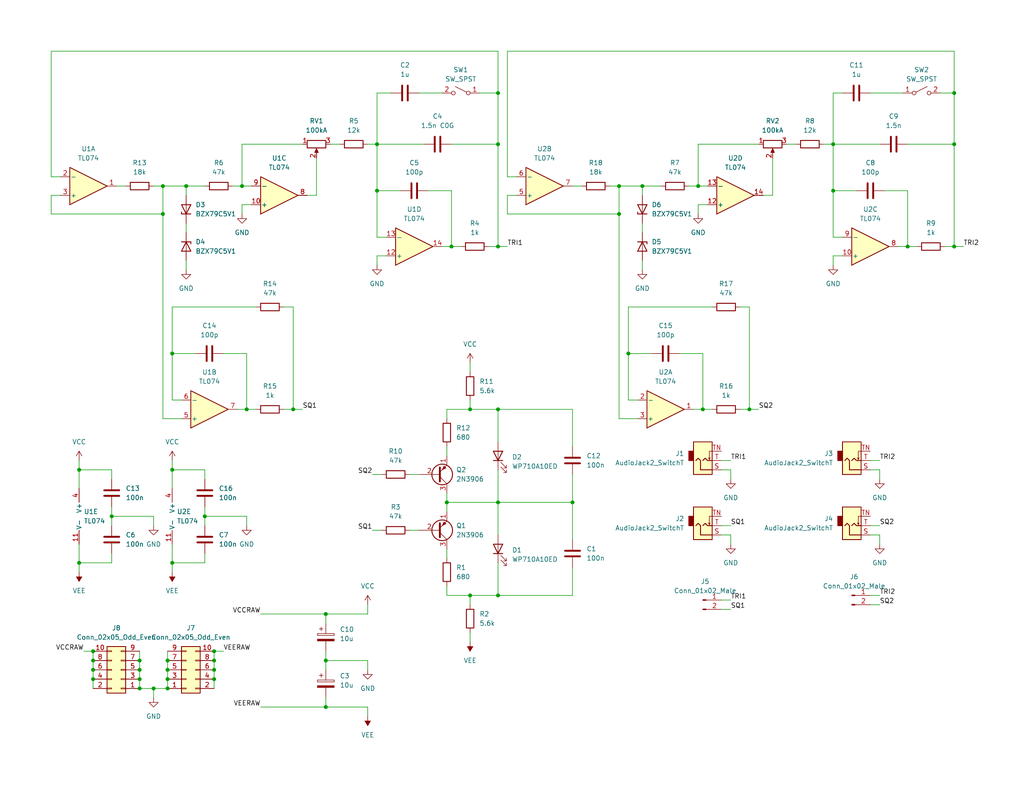
<source format=kicad_sch>
(kicad_sch (version 20211123) (generator eeschema)
  (paper "USLetter")
  (title_block (title "Function Generator") (date "2022-04-28") (rev "B") (company "New Systems Instruments"))
  (lib_symbols
    (symbol "Amplifier_Operational:TL074" (pin_names (offset 0.127))
      (property "Reference" "U" (at 0 5.08 0))
      (property "Value" "TL074" (at 0 -5.08 0))
      (symbol "TL074_1_1"
        (polyline (pts (xy -5.08 5.08) (xy 5.08 0) (xy -5.08 -5.08) (xy -5.08 5.08)) (stroke (width 0.254)) (fill (type background)))
        (pin output line (at 7.62 0 180) (length 2.54) (name "~") (number "1"))
        (pin input line (at -7.62 -2.54 0) (length 2.54) (name "-") (number "2"))
        (pin input line (at -7.62 2.54 0) (length 2.54) (name "+") (number "3"))
      )
      (symbol "TL074_2_1"
        (polyline (pts (xy -5.08 5.08) (xy 5.08 0) (xy -5.08 -5.08) (xy -5.08 5.08)) (stroke (width 0.254)) (fill (type background)))
        (pin input line (at -7.62 2.54 0) (length 2.54) (name "+") (number "5"))
        (pin input line (at -7.62 -2.54 0) (length 2.54) (name "-") (number "6"))
        (pin output line (at 7.62 0 180) (length 2.54) (name "~") (number "7"))
      )
      (symbol "TL074_3_1"
        (polyline (pts (xy -5.08 5.08) (xy 5.08 0) (xy -5.08 -5.08) (xy -5.08 5.08)) (stroke (width 0.254)) (fill (type background)))
        (pin input line (at -7.62 2.54 0) (length 2.54) (name "+") (number "10"))
        (pin output line (at 7.62 0 180) (length 2.54) (name "~") (number "8"))
        (pin input line (at -7.62 -2.54 0) (length 2.54) (name "-") (number "9"))
      )
      (symbol "TL074_4_1"
        (polyline (pts (xy -5.08 5.08) (xy 5.08 0) (xy -5.08 -5.08) (xy -5.08 5.08)) (stroke (width 0.254)) (fill (type background)))
        (pin input line (at -7.62 2.54 0) (length 2.54) (name "+") (number "12"))
        (pin input line (at -7.62 -2.54 0) (length 2.54) (name "-") (number "13"))
        (pin output line (at 7.62 0 180) (length 2.54) (name "~") (number "14"))
      )
      (symbol "TL074_5_1"
        (pin power_in line (at -2.54 -7.62 90) (length 3.81) (name "V-") (number "11"))
        (pin power_in line (at -2.54 7.62 270) (length 3.81) (name "V+") (number "4"))
      )
    )
    (symbol "Connector:AudioJack2_SwitchT"
      (property "Reference" "J" (at 0 8.89 0))
      (property "Value" "AudioJack2_SwitchT" (at 0 6.35 0))
      (symbol "AudioJack2_SwitchT_0_1"
        (rectangle (start -2.54 0) (end -3.81 -2.54) (stroke (width 0.254)) (fill (type outline)))
        (polyline (pts (xy 1.778 -0.254) (xy 2.032 -0.762)))
        (polyline (pts (xy 0 0) (xy 0.635 -0.635) (xy 1.27 0) (xy 2.54 0)) (stroke (width 0.254)))
        (polyline (pts (xy 2.54 -2.54) (xy 1.778 -2.54) (xy 1.778 -0.254) (xy 1.524 -0.762)))
        (polyline (pts (xy 2.54 2.54) (xy -0.635 2.54) (xy -0.635 0) (xy -1.27 -0.635) (xy -1.905 0)) (stroke (width 0.254)))
        (rectangle (start 2.54 3.81) (end -2.54 -5.08) (stroke (width 0.254)) (fill (type background)))
      )
      (symbol "AudioJack2_SwitchT_1_1"
        (pin passive line (at 5.08 2.54 180) (length 2.54) (name "~") (number "S"))
        (pin passive line (at 5.08 0 180) (length 2.54) (name "~") (number "T"))
        (pin passive line (at 5.08 -2.54 180) (length 2.54) (name "~") (number "TN"))
      )
    )
    (symbol "Connector:Conn_01x02_Male" (pin_names (offset 1.016) hide)
      (property "Reference" "J" (at 0 2.54 0))
      (property "Value" "Conn_01x02_Male" (at 0 -5.08 0))
      (symbol "Conn_01x02_Male_1_1"
        (polyline (pts (xy 1.27 -2.54) (xy 0.8636 -2.54)) (stroke (width 0.1524)))
        (polyline (pts (xy 1.27 0) (xy 0.8636 0)) (stroke (width 0.1524)))
        (rectangle (start 0.8636 -2.413) (end 0 -2.667) (stroke (width 0.1524)) (fill (type outline)))
        (rectangle (start 0.8636 0.127) (end 0 -0.127) (stroke (width 0.1524)) (fill (type outline)))
        (pin passive line (at 5.08 0 180) (length 3.81) (name "Pin_1") (number "1"))
        (pin passive line (at 5.08 -2.54 180) (length 3.81) (name "Pin_2") (number "2"))
      )
    )
    (symbol "Connector_Generic:Conn_02x05_Odd_Even" (pin_names (offset 1.016) hide)
      (property "Reference" "J" (at 1.27 7.62 0))
      (property "Value" "Conn_02x05_Odd_Even" (at 1.27 -7.62 0))
      (symbol "Conn_02x05_Odd_Even_1_1"
        (rectangle (start -1.27 -4.953) (end 0 -5.207) (stroke (width 0.1524)))
        (rectangle (start -1.27 -2.413) (end 0 -2.667) (stroke (width 0.1524)))
        (rectangle (start -1.27 0.127) (end 0 -0.127) (stroke (width 0.1524)))
        (rectangle (start -1.27 2.667) (end 0 2.413) (stroke (width 0.1524)))
        (rectangle (start -1.27 5.207) (end 0 4.953) (stroke (width 0.1524)))
        (rectangle (start -1.27 6.35) (end 3.81 -6.35) (stroke (width 0.254)) (fill (type background)))
        (rectangle (start 3.81 -4.953) (end 2.54 -5.207) (stroke (width 0.1524)))
        (rectangle (start 3.81 -2.413) (end 2.54 -2.667) (stroke (width 0.1524)))
        (rectangle (start 3.81 0.127) (end 2.54 -0.127) (stroke (width 0.1524)))
        (rectangle (start 3.81 2.667) (end 2.54 2.413) (stroke (width 0.1524)))
        (rectangle (start 3.81 5.207) (end 2.54 4.953) (stroke (width 0.1524)))
        (pin passive line (at -5.08 5.08 0) (length 3.81) (name "Pin_1") (number "1"))
        (pin passive line (at 7.62 -5.08 180) (length 3.81) (name "Pin_10") (number "10"))
        (pin passive line (at 7.62 5.08 180) (length 3.81) (name "Pin_2") (number "2"))
        (pin passive line (at -5.08 2.54 0) (length 3.81) (name "Pin_3") (number "3"))
        (pin passive line (at 7.62 2.54 180) (length 3.81) (name "Pin_4") (number "4"))
        (pin passive line (at -5.08 0 0) (length 3.81) (name "Pin_5") (number "5"))
        (pin passive line (at 7.62 0 180) (length 3.81) (name "Pin_6") (number "6"))
        (pin passive line (at -5.08 -2.54 0) (length 3.81) (name "Pin_7") (number "7"))
        (pin passive line (at 7.62 -2.54 180) (length 3.81) (name "Pin_8") (number "8"))
        (pin passive line (at -5.08 -5.08 0) (length 3.81) (name "Pin_9") (number "9"))
      )
    )
    (symbol "Device:C" (pin_numbers hide) (pin_names (offset 0.254))
      (property "Reference" "C" (at 0.635 2.54 0))
      (property "Value" "C" (at 0.635 -2.54 0))
      (symbol "C_0_1"
        (polyline (pts (xy -2.032 -0.762) (xy 2.032 -0.762)) (stroke (width 0.508)))
        (polyline (pts (xy -2.032 0.762) (xy 2.032 0.762)) (stroke (width 0.508)))
      )
      (symbol "C_1_1"
        (pin passive line (at 0 3.81 270) (length 2.794) (name "~") (number "1"))
        (pin passive line (at 0 -3.81 90) (length 2.794) (name "~") (number "2"))
      )
    )
    (symbol "Device:C_Polarized" (pin_numbers hide) (pin_names (offset 0.254))
      (property "Reference" "C" (at 0.635 2.54 0))
      (property "Value" "C_Polarized" (at 0.635 -2.54 0))
      (symbol "C_Polarized_0_1"
        (rectangle (start -2.286 0.508) (end 2.286 1.016))
        (polyline (pts (xy -1.778 2.286) (xy -0.762 2.286)))
        (polyline (pts (xy -1.27 2.794) (xy -1.27 1.778)))
        (rectangle (start 2.286 -0.508) (end -2.286 -1.016) (fill (type outline)))
      )
      (symbol "C_Polarized_1_1"
        (pin passive line (at 0 3.81 270) (length 2.794) (name "~") (number "1"))
        (pin passive line (at 0 -3.81 90) (length 2.794) (name "~") (number "2"))
      )
    )
    (symbol "Device:D_Zener" (pin_numbers hide) (pin_names (offset 1.016) hide)
      (property "Reference" "D" (at 0 2.54 0))
      (property "Value" "D_Zener" (at 0 -2.54 0))
      (symbol "D_Zener_0_1"
        (polyline (pts (xy 1.27 0) (xy -1.27 0)))
        (polyline (pts (xy -1.27 -1.27) (xy -1.27 1.27) (xy -0.762 1.27)) (stroke (width 0.254)))
        (polyline (pts (xy 1.27 -1.27) (xy 1.27 1.27) (xy -1.27 0) (xy 1.27 -1.27)) (stroke (width 0.254)))
      )
      (symbol "D_Zener_1_1"
        (pin passive line (at -3.81 0 0) (length 2.54) (name "K") (number "1"))
        (pin passive line (at 3.81 0 180) (length 2.54) (name "A") (number "2"))
      )
    )
    (symbol "Device:LED" (pin_numbers hide) (pin_names (offset 1.016) hide)
      (property "Reference" "D" (at 0 2.54 0))
      (property "Value" "LED" (at 0 -2.54 0))
      (symbol "LED_0_1"
        (polyline (pts (xy -1.27 -1.27) (xy -1.27 1.27)) (stroke (width 0.254)))
        (polyline (pts (xy -1.27 0) (xy 1.27 0)))
        (polyline (pts (xy 1.27 -1.27) (xy 1.27 1.27) (xy -1.27 0) (xy 1.27 -1.27)) (stroke (width 0.254)))
        (polyline (pts (xy -3.048 -0.762) (xy -4.572 -2.286) (xy -3.81 -2.286) (xy -4.572 -2.286) (xy -4.572 -1.524)))
        (polyline (pts (xy -1.778 -0.762) (xy -3.302 -2.286) (xy -2.54 -2.286) (xy -3.302 -2.286) (xy -3.302 -1.524)))
      )
      (symbol "LED_1_1"
        (pin passive line (at -3.81 0 0) (length 2.54) (name "K") (number "1"))
        (pin passive line (at 3.81 0 180) (length 2.54) (name "A") (number "2"))
      )
    )
    (symbol "Device:R" (pin_numbers hide) (pin_names (offset 0))
      (property "Reference" "R" (at 2.032 0 90))
      (property "Value" "R" (at 0 0 90))
      (symbol "R_0_1"
        (rectangle (start -1.016 -2.54) (end 1.016 2.54) (stroke (width 0.254)))
      )
      (symbol "R_1_1"
        (pin passive line (at 0 3.81 270) (length 1.27) (name "~") (number "1"))
        (pin passive line (at 0 -3.81 90) (length 1.27) (name "~") (number "2"))
      )
    )
    (symbol "Device:R_Potentiometer" (pin_names (offset 1.016) hide)
      (property "Reference" "RV" (at -4.445 0 90))
      (property "Value" "R_Potentiometer" (at -2.54 0 90))
      (symbol "R_Potentiometer_0_1"
        (polyline (pts (xy 2.54 0) (xy 1.524 0)))
        (polyline (pts (xy 1.143 0) (xy 2.286 0.508) (xy 2.286 -0.508) (xy 1.143 0)) (fill (type outline)))
        (rectangle (start 1.016 2.54) (end -1.016 -2.54) (stroke (width 0.254)))
      )
      (symbol "R_Potentiometer_1_1"
        (pin passive line (at 0 3.81 270) (length 1.27) (name "1") (number "1"))
        (pin passive line (at 3.81 0 180) (length 1.27) (name "2") (number "2"))
        (pin passive line (at 0 -3.81 90) (length 1.27) (name "3") (number "3"))
      )
    )
    (symbol "Switch:SW_SPST" (pin_names (offset 0) hide)
      (property "Reference" "SW" (at 0 3.175 0))
      (property "Value" "SW_SPST" (at 0 -2.54 0))
      (symbol "SW_SPST_0_0"
        (circle (center -2.032 0) (radius 0.508))
        (polyline (pts (xy -1.524 0.254) (xy 1.524 1.778)))
        (circle (center 2.032 0) (radius 0.508))
      )
      (symbol "SW_SPST_1_1"
        (pin passive line (at -5.08 0 0) (length 2.54) (name "A") (number "1"))
        (pin passive line (at 5.08 0 180) (length 2.54) (name "B") (number "2"))
      )
    )
    (symbol "Transistor_BJT:2N3906" (pin_names (offset 0) hide)
      (property "Reference" "Q" (at 5.08 1.905 0))
      (property "Value" "2N3906" (at 5.08 0 0))
      (symbol "2N3906_0_1"
        (polyline (pts (xy 0.635 0.635) (xy 2.54 2.54)))
        (polyline (pts (xy 0.635 -0.635) (xy 2.54 -2.54) (xy 2.54 -2.54)))
        (polyline (pts (xy 0.635 1.905) (xy 0.635 -1.905) (xy 0.635 -1.905)) (stroke (width 0.508)))
        (polyline (pts (xy 2.286 -1.778) (xy 1.778 -2.286) (xy 1.27 -1.27) (xy 2.286 -1.778) (xy 2.286 -1.778)) (fill (type outline)))
        (circle (center 1.27 0) (radius 2.8194) (stroke (width 0.254)))
      )
      (symbol "2N3906_1_1"
        (pin passive line (at 2.54 -5.08 90) (length 2.54) (name "E") (number "1"))
        (pin input line (at -5.08 0 0) (length 5.715) (name "B") (number "2"))
        (pin passive line (at 2.54 5.08 270) (length 2.54) (name "C") (number "3"))
      )
    )
    (symbol "power:GND" (power) (pin_names (offset 0))
      (property "Value" "GND" (at 0 -3.81 0))
      (symbol "GND_0_1"
        (polyline (pts (xy 0 0) (xy 0 -1.27) (xy 1.27 -1.27) (xy 0 -2.54) (xy -1.27 -1.27) (xy 0 -1.27)))
      )
      (symbol "GND_1_1"
        (pin power_in line (at 0 0 270) (length 0) hide (name "GND") (number "1"))
      )
    )
    (symbol "power:VCC" (power) (pin_names (offset 0))
      (property "Value" "VCC" (at 0 3.81 0))
      (symbol "VCC_0_1"
        (polyline (pts (xy -0.762 1.27) (xy 0 2.54)))
        (polyline (pts (xy 0 0) (xy 0 2.54)))
        (polyline (pts (xy 0 2.54) (xy 0.762 1.27)))
      )
      (symbol "VCC_1_1"
        (pin power_in line (at 0 0 90) (length 0) hide (name "VCC") (number "1"))
      )
    )
    (symbol "power:VEE" (power) (pin_names (offset 0))
      (property "Value" "VEE" (at 0 3.81 0))
      (symbol "VEE_0_1"
        (polyline (pts (xy 0 0) (xy 0 2.54)))
        (polyline (pts (xy 0.762 1.27) (xy -0.762 1.27) (xy 0 2.54) (xy 0.762 1.27)) (fill (type outline)))
      )
      (symbol "VEE_1_1"
        (pin power_in line (at 0 0 90) (length 0) hide (name "VEE") (number "1"))
      )
    )
  )
  (junction (at 135.89 111.76))
  (junction (at 260.35 67.31))
  (junction (at 128.27 111.76))
  (junction (at 46.99 128.27))
  (junction (at 25.4 182.88))
  (junction (at 168.91 50.8))
  (junction (at 135.89 25.4))
  (junction (at 38.1 180.34))
  (junction (at 135.89 67.31))
  (junction (at 102.87 39.37))
  (junction (at 45.72 185.42))
  (junction (at 171.45 96.52))
  (junction (at 25.4 180.34))
  (junction (at 135.89 137.16))
  (junction (at 80.01 111.76))
  (junction (at 38.1 187.96))
  (junction (at 41.91 187.96))
  (junction (at 46.99 96.52))
  (junction (at 44.45 50.8))
  (junction (at 121.92 137.16))
  (junction (at 25.4 185.42))
  (junction (at 128.27 162.56))
  (junction (at 260.35 39.37))
  (junction (at 21.59 153.67))
  (junction (at 38.1 182.88))
  (junction (at 46.99 153.67))
  (junction (at 135.89 39.37))
  (junction (at 45.72 187.96))
  (junction (at 58.42 182.88))
  (junction (at 191.77 111.76))
  (junction (at 247.65 67.31))
  (junction (at 168.91 58.42))
  (junction (at 102.87 52.07))
  (junction (at 204.47 111.76))
  (junction (at 227.33 39.37))
  (junction (at 45.72 182.88))
  (junction (at 50.8 50.8))
  (junction (at 175.26 50.8))
  (junction (at 88.9 193.04))
  (junction (at 58.42 185.42))
  (junction (at 135.89 162.56))
  (junction (at 66.04 50.8))
  (junction (at 88.9 180.34))
  (junction (at 227.33 52.07))
  (junction (at 123.19 67.31))
  (junction (at 21.59 128.27))
  (junction (at 67.31 111.76))
  (junction (at 88.9 167.64))
  (junction (at 58.42 180.34))
  (junction (at 156.21 137.16))
  (junction (at 44.45 58.42))
  (junction (at 55.88 140.97))
  (junction (at 260.35 25.4))
  (junction (at 45.72 180.34))
  (junction (at 38.1 185.42))
  (junction (at 25.4 177.8))
  (junction (at 30.48 140.97))
  (junction (at 58.42 177.8))
  (junction (at 190.5 50.8))
  (wire (pts (xy 240.03 39.37) (xy 227.33 39.37)))
  (wire (pts (xy 50.8 50.8) (xy 55.88 50.8)))
  (wire (pts (xy 138.43 58.42) (xy 168.91 58.42)))
  (wire (pts (xy 38.1 187.96) (xy 41.91 187.96)))
  (wire (pts (xy 53.34 96.52) (xy 46.99 96.52)))
  (wire (pts (xy 102.87 69.85) (xy 105.41 69.85)))
  (wire (pts (xy 50.8 71.12) (xy 50.8 73.66)))
  (wire (pts (xy 13.97 48.26) (xy 16.51 48.26)))
  (wire (pts (xy 135.89 13.97) (xy 13.97 13.97)))
  (wire (pts (xy 55.88 140.97) (xy 55.88 138.43)))
  (wire (pts (xy 31.75 50.8) (xy 34.29 50.8)))
  (wire (pts (xy 191.77 111.76) (xy 191.77 96.52)))
  (wire (pts (xy 63.5 50.8) (xy 66.04 50.8)))
  (wire (pts (xy 135.89 111.76) (xy 128.27 111.76)))
  (wire (pts (xy 46.99 109.22) (xy 49.53 109.22)))
  (wire (pts (xy 66.04 39.37) (xy 66.04 50.8)))
  (wire (pts (xy 190.5 39.37) (xy 190.5 50.8)))
  (wire (pts (xy 60.96 177.8) (xy 58.42 177.8)))
  (wire (pts (xy 25.4 185.42) (xy 25.4 187.96)))
  (wire (pts (xy 50.8 60.96) (xy 50.8 63.5)))
  (wire (pts (xy 46.99 153.67) (xy 46.99 148.59)))
  (wire (pts (xy 175.26 53.34) (xy 175.26 50.8)))
  (wire (pts (xy 201.93 83.82) (xy 204.47 83.82)))
  (wire (pts (xy 135.89 39.37) (xy 135.89 67.31)))
  (wire (pts (xy 237.49 162.56) (xy 240.03 162.56)))
  (wire (pts (xy 106.68 25.4) (xy 102.87 25.4)))
  (wire (pts (xy 102.87 39.37) (xy 102.87 52.07)))
  (wire (pts (xy 83.82 53.34) (xy 86.36 53.34)))
  (wire (pts (xy 156.21 137.16) (xy 156.21 129.54)))
  (wire (pts (xy 199.39 148.59) (xy 199.39 146.05)))
  (wire (pts (xy 115.57 39.37) (xy 102.87 39.37)))
  (wire (pts (xy 207.01 39.37) (xy 190.5 39.37)))
  (wire (pts (xy 77.47 83.82) (xy 80.01 83.82)))
  (wire (pts (xy 227.33 69.85) (xy 227.33 72.39)))
  (wire (pts (xy 22.86 177.8) (xy 25.4 177.8)))
  (wire (pts (xy 25.4 177.8) (xy 25.4 180.34)))
  (wire (pts (xy 80.01 111.76) (xy 77.47 111.76)))
  (wire (pts (xy 256.54 25.4) (xy 260.35 25.4)))
  (wire (pts (xy 30.48 140.97) (xy 30.48 138.43)))
  (wire (pts (xy 100.33 39.37) (xy 102.87 39.37)))
  (wire (pts (xy 260.35 39.37) (xy 260.35 25.4)))
  (wire (pts (xy 156.21 137.16) (xy 156.21 147.32)))
  (wire (pts (xy 38.1 177.8) (xy 38.1 180.34)))
  (wire (pts (xy 168.91 114.3) (xy 173.99 114.3)))
  (wire (pts (xy 66.04 50.8) (xy 68.58 50.8)))
  (wire (pts (xy 138.43 13.97) (xy 138.43 48.26)))
  (wire (pts (xy 227.33 52.07) (xy 227.33 64.77)))
  (wire (pts (xy 237.49 25.4) (xy 246.38 25.4)))
  (wire (pts (xy 237.49 165.1) (xy 240.03 165.1)))
  (wire (pts (xy 58.42 182.88) (xy 58.42 185.42)))
  (wire (pts (xy 199.39 130.81) (xy 199.39 128.27)))
  (wire (pts (xy 128.27 99.06) (xy 128.27 101.6)))
  (wire (pts (xy 55.88 130.81) (xy 55.88 128.27)))
  (wire (pts (xy 241.3 52.07) (xy 247.65 52.07)))
  (wire (pts (xy 190.5 55.88) (xy 190.5 58.42)))
  (wire (pts (xy 214.63 39.37) (xy 217.17 39.37)))
  (wire (pts (xy 101.6 144.78) (xy 104.14 144.78)))
  (wire (pts (xy 102.87 69.85) (xy 102.87 72.39)))
  (wire (pts (xy 190.5 55.88) (xy 193.04 55.88)))
  (wire (pts (xy 30.48 143.51) (xy 30.48 140.97)))
  (wire (pts (xy 128.27 172.72) (xy 128.27 175.26)))
  (wire (pts (xy 199.39 128.27) (xy 196.85 128.27)))
  (wire (pts (xy 44.45 58.42) (xy 44.45 114.3)))
  (wire (pts (xy 88.9 167.64) (xy 100.33 167.64)))
  (wire (pts (xy 171.45 83.82) (xy 194.31 83.82)))
  (wire (pts (xy 135.89 137.16) (xy 156.21 137.16)))
  (wire (pts (xy 58.42 177.8) (xy 58.42 180.34)))
  (wire (pts (xy 88.9 193.04) (xy 100.33 193.04)))
  (wire (pts (xy 175.26 60.96) (xy 175.26 63.5)))
  (wire (pts (xy 16.51 53.34) (xy 13.97 53.34)))
  (wire (pts (xy 13.97 58.42) (xy 44.45 58.42)))
  (wire (pts (xy 196.85 163.83) (xy 199.39 163.83)))
  (wire (pts (xy 135.89 162.56) (xy 156.21 162.56)))
  (wire (pts (xy 44.45 114.3) (xy 49.53 114.3)))
  (wire (pts (xy 111.76 129.54) (xy 114.3 129.54)))
  (wire (pts (xy 88.9 180.34) (xy 88.9 177.8)))
  (wire (pts (xy 240.03 128.27) (xy 237.49 128.27)))
  (wire (pts (xy 138.43 53.34) (xy 138.43 58.42)))
  (wire (pts (xy 135.89 39.37) (xy 135.89 25.4)))
  (wire (pts (xy 224.79 39.37) (xy 227.33 39.37)))
  (wire (pts (xy 88.9 180.34) (xy 100.33 180.34)))
  (wire (pts (xy 111.76 144.78) (xy 114.3 144.78)))
  (wire (pts (xy 30.48 128.27) (xy 21.59 128.27)))
  (wire (pts (xy 55.88 143.51) (xy 55.88 140.97)))
  (wire (pts (xy 260.35 13.97) (xy 138.43 13.97)))
  (wire (pts (xy 227.33 25.4) (xy 227.33 39.37)))
  (wire (pts (xy 140.97 53.34) (xy 138.43 53.34)))
  (wire (pts (xy 247.65 67.31) (xy 250.19 67.31)))
  (wire (pts (xy 199.39 146.05) (xy 196.85 146.05)))
  (wire (pts (xy 66.04 55.88) (xy 68.58 55.88)))
  (wire (pts (xy 260.35 67.31) (xy 262.89 67.31)))
  (wire (pts (xy 260.35 39.37) (xy 247.65 39.37)))
  (wire (pts (xy 128.27 109.22) (xy 128.27 111.76)))
  (wire (pts (xy 227.33 39.37) (xy 227.33 52.07)))
  (wire (pts (xy 44.45 50.8) (xy 41.91 50.8)))
  (wire (pts (xy 189.23 111.76) (xy 191.77 111.76)))
  (wire (pts (xy 30.48 153.67) (xy 21.59 153.67)))
  (wire (pts (xy 227.33 52.07) (xy 233.68 52.07)))
  (wire (pts (xy 44.45 58.42) (xy 44.45 50.8)))
  (wire (pts (xy 46.99 128.27) (xy 46.99 133.35)))
  (wire (pts (xy 71.12 193.04) (xy 88.9 193.04)))
  (wire (pts (xy 100.33 165.1) (xy 100.33 167.64)))
  (wire (pts (xy 30.48 140.97) (xy 41.91 140.97)))
  (wire (pts (xy 204.47 111.76) (xy 207.01 111.76)))
  (wire (pts (xy 227.33 69.85) (xy 229.87 69.85)))
  (wire (pts (xy 237.49 143.51) (xy 240.03 143.51)))
  (wire (pts (xy 128.27 162.56) (xy 128.27 165.1)))
  (wire (pts (xy 168.91 50.8) (xy 166.37 50.8)))
  (wire (pts (xy 41.91 187.96) (xy 45.72 187.96)))
  (wire (pts (xy 55.88 153.67) (xy 46.99 153.67)))
  (wire (pts (xy 21.59 156.21) (xy 21.59 153.67)))
  (wire (pts (xy 88.9 190.5) (xy 88.9 193.04)))
  (wire (pts (xy 260.35 25.4) (xy 260.35 13.97)))
  (wire (pts (xy 88.9 167.64) (xy 88.9 170.18)))
  (wire (pts (xy 121.92 162.56) (xy 128.27 162.56)))
  (wire (pts (xy 135.89 137.16) (xy 135.89 146.05)))
  (wire (pts (xy 88.9 180.34) (xy 88.9 182.88)))
  (wire (pts (xy 135.89 39.37) (xy 123.19 39.37)))
  (wire (pts (xy 135.89 153.67) (xy 135.89 162.56)))
  (wire (pts (xy 116.84 52.07) (xy 123.19 52.07)))
  (wire (pts (xy 135.89 128.27) (xy 135.89 137.16)))
  (wire (pts (xy 55.88 128.27) (xy 46.99 128.27)))
  (wire (pts (xy 46.99 83.82) (xy 69.85 83.82)))
  (wire (pts (xy 13.97 53.34) (xy 13.97 58.42)))
  (wire (pts (xy 66.04 55.88) (xy 66.04 58.42)))
  (wire (pts (xy 196.85 125.73) (xy 199.39 125.73)))
  (wire (pts (xy 102.87 25.4) (xy 102.87 39.37)))
  (wire (pts (xy 21.59 125.73) (xy 21.59 128.27)))
  (wire (pts (xy 260.35 39.37) (xy 260.35 67.31)))
  (wire (pts (xy 177.8 96.52) (xy 171.45 96.52)))
  (wire (pts (xy 100.33 195.58) (xy 100.33 193.04)))
  (wire (pts (xy 46.99 96.52) (xy 46.99 109.22)))
  (wire (pts (xy 168.91 50.8) (xy 175.26 50.8)))
  (wire (pts (xy 71.12 167.64) (xy 88.9 167.64)))
  (wire (pts (xy 204.47 111.76) (xy 201.93 111.76)))
  (wire (pts (xy 191.77 96.52) (xy 185.42 96.52)))
  (wire (pts (xy 135.89 25.4) (xy 135.89 13.97)))
  (wire (pts (xy 80.01 111.76) (xy 82.55 111.76)))
  (wire (pts (xy 38.1 185.42) (xy 38.1 187.96)))
  (wire (pts (xy 227.33 64.77) (xy 229.87 64.77)))
  (wire (pts (xy 168.91 58.42) (xy 168.91 114.3)))
  (wire (pts (xy 128.27 111.76) (xy 121.92 111.76)))
  (wire (pts (xy 21.59 128.27) (xy 21.59 133.35)))
  (wire (pts (xy 135.89 111.76) (xy 156.21 111.76)))
  (wire (pts (xy 102.87 52.07) (xy 102.87 64.77)))
  (wire (pts (xy 58.42 185.42) (xy 58.42 187.96)))
  (wire (pts (xy 171.45 96.52) (xy 171.45 109.22)))
  (wire (pts (xy 196.85 143.51) (xy 199.39 143.51)))
  (wire (pts (xy 187.96 50.8) (xy 190.5 50.8)))
  (wire (pts (xy 101.6 129.54) (xy 104.14 129.54)))
  (wire (pts (xy 240.03 148.59) (xy 240.03 146.05)))
  (wire (pts (xy 138.43 48.26) (xy 140.97 48.26)))
  (wire (pts (xy 123.19 67.31) (xy 125.73 67.31)))
  (wire (pts (xy 102.87 52.07) (xy 109.22 52.07)))
  (wire (pts (xy 121.92 137.16) (xy 135.89 137.16)))
  (wire (pts (xy 135.89 67.31) (xy 138.43 67.31)))
  (wire (pts (xy 67.31 111.76) (xy 69.85 111.76)))
  (wire (pts (xy 86.36 53.34) (xy 86.36 43.18)))
  (wire (pts (xy 30.48 130.81) (xy 30.48 128.27)))
  (wire (pts (xy 41.91 187.96) (xy 41.91 190.5)))
  (wire (pts (xy 130.81 25.4) (xy 135.89 25.4)))
  (wire (pts (xy 121.92 149.86) (xy 121.92 152.4)))
  (wire (pts (xy 156.21 111.76) (xy 156.21 121.92)))
  (wire (pts (xy 114.3 25.4) (xy 120.65 25.4)))
  (wire (pts (xy 21.59 153.67) (xy 21.59 148.59)))
  (wire (pts (xy 80.01 83.82) (xy 80.01 111.76)))
  (wire (pts (xy 133.35 67.31) (xy 135.89 67.31)))
  (wire (pts (xy 171.45 96.52) (xy 171.45 83.82)))
  (wire (pts (xy 58.42 180.34) (xy 58.42 182.88)))
  (wire (pts (xy 46.99 96.52) (xy 46.99 83.82)))
  (wire (pts (xy 156.21 50.8) (xy 158.75 50.8)))
  (wire (pts (xy 45.72 177.8) (xy 45.72 180.34)))
  (wire (pts (xy 204.47 83.82) (xy 204.47 111.76)))
  (wire (pts (xy 121.92 137.16) (xy 121.92 139.7)))
  (wire (pts (xy 67.31 111.76) (xy 67.31 96.52)))
  (wire (pts (xy 175.26 71.12) (xy 175.26 73.66)))
  (wire (pts (xy 121.92 134.62) (xy 121.92 137.16)))
  (wire (pts (xy 100.33 182.88) (xy 100.33 180.34)))
  (wire (pts (xy 90.17 39.37) (xy 92.71 39.37)))
  (wire (pts (xy 121.92 111.76) (xy 121.92 114.3)))
  (wire (pts (xy 82.55 39.37) (xy 66.04 39.37)))
  (wire (pts (xy 55.88 140.97) (xy 67.31 140.97)))
  (wire (pts (xy 168.91 58.42) (xy 168.91 50.8)))
  (wire (pts (xy 229.87 25.4) (xy 227.33 25.4)))
  (wire (pts (xy 123.19 67.31) (xy 123.19 52.07)))
  (wire (pts (xy 38.1 182.88) (xy 38.1 185.42)))
  (wire (pts (xy 45.72 185.42) (xy 45.72 187.96)))
  (wire (pts (xy 190.5 50.8) (xy 193.04 50.8)))
  (wire (pts (xy 41.91 143.51) (xy 41.91 140.97)))
  (wire (pts (xy 45.72 180.34) (xy 45.72 182.88)))
  (wire (pts (xy 64.77 111.76) (xy 67.31 111.76)))
  (wire (pts (xy 121.92 121.92) (xy 121.92 124.46)))
  (wire (pts (xy 46.99 125.73) (xy 46.99 128.27)))
  (wire (pts (xy 135.89 120.65) (xy 135.89 111.76)))
  (wire (pts (xy 44.45 50.8) (xy 50.8 50.8)))
  (wire (pts (xy 240.03 130.81) (xy 240.03 128.27)))
  (wire (pts (xy 25.4 180.34) (xy 25.4 182.88)))
  (wire (pts (xy 175.26 50.8) (xy 180.34 50.8)))
  (wire (pts (xy 30.48 153.67) (xy 30.48 151.13)))
  (wire (pts (xy 210.82 53.34) (xy 210.82 43.18)))
  (wire (pts (xy 55.88 153.67) (xy 55.88 151.13)))
  (wire (pts (xy 38.1 180.34) (xy 38.1 182.88)))
  (wire (pts (xy 247.65 67.31) (xy 247.65 52.07)))
  (wire (pts (xy 13.97 13.97) (xy 13.97 48.26)))
  (wire (pts (xy 45.72 182.88) (xy 45.72 185.42)))
  (wire (pts (xy 208.28 53.34) (xy 210.82 53.34)))
  (wire (pts (xy 102.87 64.77) (xy 105.41 64.77)))
  (wire (pts (xy 46.99 156.21) (xy 46.99 153.67)))
  (wire (pts (xy 67.31 96.52) (xy 60.96 96.52)))
  (wire (pts (xy 257.81 67.31) (xy 260.35 67.31)))
  (wire (pts (xy 25.4 182.88) (xy 25.4 185.42)))
  (wire (pts (xy 120.65 67.31) (xy 123.19 67.31)))
  (wire (pts (xy 171.45 109.22) (xy 173.99 109.22)))
  (wire (pts (xy 121.92 160.02) (xy 121.92 162.56)))
  (wire (pts (xy 245.11 67.31) (xy 247.65 67.31)))
  (wire (pts (xy 240.03 146.05) (xy 237.49 146.05)))
  (wire (pts (xy 50.8 53.34) (xy 50.8 50.8)))
  (wire (pts (xy 67.31 143.51) (xy 67.31 140.97)))
  (wire (pts (xy 191.77 111.76) (xy 194.31 111.76)))
  (wire (pts (xy 196.85 166.37) (xy 199.39 166.37)))
  (wire (pts (xy 128.27 162.56) (xy 135.89 162.56)))
  (wire (pts (xy 237.49 125.73) (xy 240.03 125.73)))
  (wire (pts (xy 156.21 162.56) (xy 156.21 154.94)))
  (label "VCCRAW" (at 22.86 177.8 180))
  (label "TRI1" (at 199.39 125.73 0))
  (label "TRI2" (at 240.03 162.56 0))
  (label "SQ1" (at 199.39 166.37 0))
  (label "VEERAW" (at 60.96 177.8 0))
  (label "TRI2" (at 240.03 125.73 0))
  (label "TRI1" (at 138.43 67.31 0))
  (label "SQ1" (at 101.6 144.78 180))
  (label "SQ1" (at 199.39 143.51 0))
  (label "SQ2" (at 207.01 111.76 0))
  (label "SQ2" (at 101.6 129.54 180))
  (label "VCCRAW" (at 71.12 167.64 180))
  (label "TRI2" (at 262.89 67.31 0))
  (label "SQ2" (at 240.03 165.1 0))
  (label "SQ2" (at 240.03 143.51 0))
  (label "TRI1" (at 199.39 163.83 0))
  (label "VEERAW" (at 71.12 193.04 180))
  (label "SQ1" (at 82.55 111.76 0))
  (symbol (lib_id "Amplifier_Operational:TL074") (at 76.2 53.34 0) (mirror x) (unit 3)
    (property "Reference" "U1" (at 76.2 43.18 0))
    (property "Value" "TL074" (at 76.2 45.72 0))
    (property "Footprint" "Package_DIP:DIP-14_W7.62mm" (effects hide))
    (property "Datasheet" "http://www.ti.com/lit/ds/symlink/tl071.pdf" (effects hide))
  )
  (symbol (lib_id "power:GND") (at 41.91 190.5 0) (unit 1)
    (property "Reference" "#PWR0104" (effects hide))
    (property "Value" "GND" (at 41.91 195.58 0))
  )
  (symbol (lib_id "Device:R") (at 73.66 83.82 90) (unit 1)
    (property "Reference" "R14" (at 73.66 77.47 90))
    (property "Value" "47k" (at 73.66 80.01 90))
    (property "Footprint" "Resistor_THT:R_Axial_DIN0207_L6.3mm_D2.5mm_P2.54mm_Vertical" (effects hide))
  )
  (symbol (lib_id "Device:R_Potentiometer") (at 210.82 39.37 90) (mirror x) (unit 1)
    (property "Reference" "RV2" (at 210.82 33.02 90))
    (property "Value" "100kA" (at 210.82 35.56 90))
    (property "Footprint" "1 Specific Footprints:Potentiometer_Alpha_RD901F-40" (effects hide))
  )
  (symbol (lib_id "Amplifier_Operational:TL074") (at 24.13 140.97 0) (unit 5)
    (property "Reference" "U1" (at 22.86 139.6999 0) (effects (justify left)))
    (property "Value" "TL074" (at 22.86 142.2399 0) (effects (justify left)))
    (property "Footprint" "Package_DIP:DIP-14_W7.62mm" (effects hide))
    (property "Datasheet" "http://www.ti.com/lit/ds/symlink/tl071.pdf" (effects hide))
  )
  (symbol (lib_id "Device:R") (at 38.1 50.8 90) (unit 1)
    (property "Reference" "R13" (at 38.1 44.45 90))
    (property "Value" "18k" (at 38.1 46.99 90))
    (property "Footprint" "Resistor_THT:R_Axial_DIN0207_L6.3mm_D2.5mm_P2.54mm_Vertical" (effects hide))
  )
  (symbol (lib_id "power:GND") (at 100.33 182.88 0) (unit 1)
    (property "Reference" "#PWR0111" (effects hide))
    (property "Value" "GND" (at 100.33 187.96 0))
  )
  (symbol (lib_id "power:VEE") (at 128.27 175.26 180) (unit 1)
    (property "Reference" "#PWR0115" (effects hide))
    (property "Value" "VEE" (at 128.27 180.34 0))
  )
  (symbol (lib_id "Device:R") (at 220.98 39.37 270) (mirror x) (unit 1)
    (property "Reference" "R8" (at 220.98 33.02 90))
    (property "Value" "12k" (at 220.98 35.56 90))
    (property "Footprint" "Resistor_THT:R_Axial_DIN0207_L6.3mm_D2.5mm_P7.62mm_Horizontal" (effects hide))
  )
  (symbol (lib_id "Device:C") (at 243.84 39.37 90) (unit 1)
    (property "Reference" "C9" (at 243.84 31.75 90))
    (property "Value" "1.5n" (at 243.84 34.29 90))
    (property "Footprint" "Capacitor_THT:C_Disc_D4.7mm_W2.5mm_P5.00mm" (effects hide))
  )
  (symbol (lib_id "Device:R") (at 128.27 168.91 0) (unit 1)
    (property "Reference" "R2" (at 130.81 167.6399 0) (effects (justify left)))
    (property "Value" "5.6k" (at 130.81 170.1799 0) (effects (justify left)))
    (property "Footprint" "Resistor_THT:R_Axial_DIN0207_L6.3mm_D2.5mm_P2.54mm_Vertical" (effects hide))
  )
  (symbol (lib_id "Device:R") (at 121.92 118.11 180) (unit 1)
    (property "Reference" "R12" (at 124.46 116.8399 0) (effects (justify right)))
    (property "Value" "680" (at 124.46 119.3799 0) (effects (justify right)))
    (property "Footprint" "Resistor_THT:R_Axial_DIN0207_L6.3mm_D2.5mm_P2.54mm_Vertical" (effects hide))
  )
  (symbol (lib_id "Device:D_Zener") (at 175.26 57.15 90) (unit 1)
    (property "Reference" "D6" (at 177.8 55.8799 90) (effects (justify right)))
    (property "Value" "BZX79C5V1" (at 177.8 58.4199 90) (effects (justify right)))
    (property "Footprint" "Diode_THT:D_DO-35_SOD27_P2.54mm_Vertical_KathodeUp" (effects hide))
  )
  (symbol (lib_id "power:VEE") (at 100.33 195.58 180) (unit 1)
    (property "Reference" "#PWR0112" (effects hide))
    (property "Value" "VEE" (at 100.33 200.66 0))
  )
  (symbol (lib_id "Device:R") (at 107.95 144.78 90) (unit 1)
    (property "Reference" "R3" (at 107.95 138.43 90))
    (property "Value" "47k" (at 107.95 140.97 90))
    (property "Footprint" "Resistor_THT:R_Axial_DIN0207_L6.3mm_D2.5mm_P2.54mm_Vertical" (effects hide))
  )
  (symbol (lib_id "power:VCC") (at 128.27 99.06 0) (unit 1)
    (property "Reference" "#PWR0114" (effects hide))
    (property "Value" "VCC" (at 128.27 93.98 0))
  )
  (symbol (lib_id "Device:R") (at 162.56 50.8 90) (unit 1)
    (property "Reference" "R18" (at 162.56 44.45 90))
    (property "Value" "18k" (at 162.56 46.99 90))
    (property "Footprint" "Resistor_THT:R_Axial_DIN0207_L6.3mm_D2.5mm_P2.54mm_Vertical" (effects hide))
  )
  (symbol (lib_id "power:VEE") (at 46.99 156.21 180) (unit 1)
    (property "Reference" "#PWR0106" (effects hide))
    (property "Value" "VEE" (at 46.99 161.29 0))
  )
  (symbol (lib_id "power:VCC") (at 21.59 125.73 0) (unit 1)
    (property "Reference" "#PWR0101" (effects hide))
    (property "Value" "VCC" (at 21.59 120.65 0))
  )
  (symbol (lib_id "Device:C") (at 30.48 134.62 0) (unit 1)
    (property "Reference" "C13" (at 34.29 133.3499 0) (effects (justify left)))
    (property "Value" "100n" (at 34.29 135.8899 0) (effects (justify left)))
    (property "Footprint" "Capacitor_THT:C_Disc_D4.7mm_W2.5mm_P5.00mm" (effects hide))
  )
  (symbol (lib_id "Device:R") (at 128.27 105.41 180) (unit 1)
    (property "Reference" "R11" (at 130.81 104.1399 0) (effects (justify right)))
    (property "Value" "5.6k" (at 130.81 106.6799 0) (effects (justify right)))
    (property "Footprint" "Resistor_THT:R_Axial_DIN0207_L6.3mm_D2.5mm_P2.54mm_Vertical" (effects hide))
  )
  (symbol (lib_id "Device:R") (at 107.95 129.54 90) (unit 1)
    (property "Reference" "R10" (at 107.95 123.19 90))
    (property "Value" "47k" (at 107.95 125.73 90))
    (property "Footprint" "Resistor_THT:R_Axial_DIN0207_L6.3mm_D2.5mm_P2.54mm_Vertical" (effects hide))
  )
  (symbol (lib_id "Transistor_BJT:2N3906") (at 119.38 144.78 0) (mirror x) (unit 1)
    (property "Reference" "Q1" (at 124.46 143.5099 0) (effects (justify left)))
    (property "Value" "2N3906" (at 124.46 146.0499 0) (effects (justify left)))
    (property "Footprint" "Package_TO_SOT_THT:TO-92_Inline" (effects hide))
    (property "Datasheet" "https://www.onsemi.com/pub/Collateral/2N3906-D.PDF" (effects hide))
  )
  (symbol (lib_id "Connector:Conn_01x02_Male") (at 191.77 163.83 0) (unit 1)
    (property "Reference" "J5" (at 192.405 158.75 0))
    (property "Value" "Conn_01x02_Male" (at 192.405 161.29 0))
    (property "Footprint" "Connector_PinHeader_2.54mm:PinHeader_1x02_P2.54mm_Vertical" (effects hide))
  )
  (symbol (lib_id "power:VEE") (at 21.59 156.21 180) (unit 1)
    (property "Reference" "#PWR0102" (effects hide))
    (property "Value" "VEE" (at 21.59 161.29 0))
  )
  (symbol (lib_id "Device:C") (at 181.61 96.52 90) (unit 1)
    (property "Reference" "C15" (at 181.61 88.9 90))
    (property "Value" "100p" (at 181.61 91.44 90))
    (property "Footprint" "Capacitor_THT:C_Disc_D4.7mm_W2.5mm_P5.00mm" (effects hide))
  )
  (symbol (lib_id "Device:LED") (at 135.89 124.46 90) (unit 1)
    (property "Reference" "D2" (at 139.7 124.7774 90) (effects (justify right)))
    (property "Value" "WP710A10ED" (at 139.7 127.3174 90) (effects (justify right)))
    (property "Footprint" "0 Standard Footprints:LED_D3.0mm-2" (effects hide))
  )
  (symbol (lib_id "Amplifier_Operational:TL074") (at 181.61 111.76 0) (mirror x) (unit 1)
    (property "Reference" "U2" (at 181.61 101.6 0))
    (property "Value" "TL074" (at 181.61 104.14 0))
    (property "Footprint" "Package_DIP:DIP-14_W7.62mm" (effects hide))
    (property "Datasheet" "http://www.ti.com/lit/ds/symlink/tl071.pdf" (effects hide))
  )
  (symbol (lib_id "Device:C") (at 233.68 25.4 90) (unit 1)
    (property "Reference" "C11" (at 233.68 17.78 90))
    (property "Value" "1u" (at 233.68 20.32 90))
    (property "Footprint" "Capacitor_THT:C_Radial_D5.0mm_H11.0mm_P2.00mm" (effects hide))
  )
  (symbol (lib_id "Amplifier_Operational:TL074") (at 237.49 67.31 0) (mirror x) (unit 3)
    (property "Reference" "U2" (at 237.49 57.15 0))
    (property "Value" "TL074" (at 237.49 59.69 0))
    (property "Footprint" "Package_DIP:DIP-14_W7.62mm" (effects hide))
    (property "Datasheet" "http://www.ti.com/lit/ds/symlink/tl071.pdf" (effects hide))
  )
  (symbol (lib_id "Switch:SW_SPST") (at 251.46 25.4 0) (unit 1)
    (property "Reference" "SW2" (at 251.46 19.05 0))
    (property "Value" "SW_SPST" (at 251.46 21.59 0))
    (property "Footprint" "1 Specific Footprints:SW_Taiway_Sub_SPDT" (effects hide))
  )
  (symbol (lib_id "Amplifier_Operational:TL074") (at 57.15 111.76 0) (mirror x) (unit 2)
    (property "Reference" "U1" (at 57.15 101.6 0))
    (property "Value" "TL074" (at 57.15 104.14 0))
    (property "Footprint" "Package_DIP:DIP-14_W7.62mm" (effects hide))
    (property "Datasheet" "http://www.ti.com/lit/ds/symlink/tl071.pdf" (effects hide))
  )
  (symbol (lib_id "Device:R_Potentiometer") (at 86.36 39.37 90) (mirror x) (unit 1)
    (property "Reference" "RV1" (at 86.36 33.02 90))
    (property "Value" "100kA" (at 86.36 35.56 90))
    (property "Footprint" "1 Specific Footprints:Potentiometer_Alpha_RD901F-40" (effects hide))
  )
  (symbol (lib_id "Device:R") (at 184.15 50.8 270) (mirror x) (unit 1)
    (property "Reference" "R7" (at 184.15 44.45 90))
    (property "Value" "47k" (at 184.15 46.99 90))
    (property "Footprint" "Resistor_THT:R_Axial_DIN0207_L6.3mm_D2.5mm_P2.54mm_Vertical" (effects hide))
  )
  (symbol (lib_id "power:VCC") (at 100.33 165.1 0) (unit 1)
    (property "Reference" "#PWR0110" (effects hide))
    (property "Value" "VCC" (at 100.33 160.02 0))
  )
  (symbol (lib_id "power:GND") (at 175.26 73.66 0) (unit 1)
    (property "Reference" "#PWR0116" (effects hide))
    (property "Value" "GND" (at 175.26 78.74 0))
  )
  (symbol (lib_id "Device:C") (at 156.21 125.73 0) (unit 1)
    (property "Reference" "C12" (at 160.02 124.4599 0) (effects (justify left)))
    (property "Value" "100n" (at 160.02 126.9999 0) (effects (justify left)))
    (property "Footprint" "Capacitor_THT:C_Disc_D4.7mm_W2.5mm_P5.00mm" (effects hide))
  )
  (symbol (lib_id "Device:C_Polarized") (at 88.9 186.69 0) (unit 1)
    (property "Reference" "C3" (at 92.71 184.5309 0) (effects (justify left)))
    (property "Value" "10u" (at 92.71 187.0709 0) (effects (justify left)))
    (property "Footprint" "Capacitor_THT:CP_Radial_D5.0mm_P2.00mm" (effects hide))
  )
  (symbol (lib_id "power:GND") (at 190.5 58.42 0) (unit 1)
    (property "Reference" "#PWR0117" (effects hide))
    (property "Value" "GND" (at 190.5 63.5 0))
  )
  (symbol (lib_id "Transistor_BJT:2N3906") (at 119.38 129.54 0) (mirror x) (unit 1)
    (property "Reference" "Q2" (at 124.46 128.2699 0) (effects (justify left)))
    (property "Value" "2N3906" (at 124.46 130.8099 0) (effects (justify left)))
    (property "Footprint" "Package_TO_SOT_THT:TO-92_Inline" (effects hide))
    (property "Datasheet" "https://www.onsemi.com/pub/Collateral/2N3906-D.PDF" (effects hide))
  )
  (symbol (lib_id "Device:R") (at 198.12 83.82 90) (unit 1)
    (property "Reference" "R17" (at 198.12 77.47 90))
    (property "Value" "47k" (at 198.12 80.01 90))
    (property "Footprint" "Resistor_THT:R_Axial_DIN0207_L6.3mm_D2.5mm_P2.54mm_Vertical" (effects hide))
  )
  (symbol (lib_id "Device:C") (at 237.49 52.07 90) (unit 1)
    (property "Reference" "C8" (at 237.49 44.45 90))
    (property "Value" "100p" (at 237.49 46.99 90))
    (property "Footprint" "Capacitor_THT:C_Disc_D4.7mm_W2.5mm_P5.00mm" (effects hide))
  )
  (symbol (lib_id "Device:D_Zener") (at 50.8 57.15 90) (unit 1)
    (property "Reference" "D3" (at 53.34 55.8799 90) (effects (justify right)))
    (property "Value" "BZX79C5V1" (at 53.34 58.4199 90) (effects (justify right)))
    (property "Footprint" "Diode_THT:D_DO-35_SOD27_P2.54mm_Vertical_KathodeUp" (effects hide))
  )
  (symbol (lib_id "Device:R") (at 59.69 50.8 270) (mirror x) (unit 1)
    (property "Reference" "R6" (at 59.69 44.45 90))
    (property "Value" "47k" (at 59.69 46.99 90))
    (property "Footprint" "Resistor_THT:R_Axial_DIN0207_L6.3mm_D2.5mm_P2.54mm_Vertical" (effects hide))
  )
  (symbol (lib_id "Device:C") (at 30.48 147.32 0) (unit 1)
    (property "Reference" "C6" (at 34.29 146.0499 0) (effects (justify left)))
    (property "Value" "100n" (at 34.29 148.5899 0) (effects (justify left)))
    (property "Footprint" "Capacitor_THT:C_Disc_D4.7mm_W2.5mm_P5.00mm" (effects hide))
  )
  (symbol (lib_id "Amplifier_Operational:TL074") (at 49.53 140.97 0) (unit 5)
    (property "Reference" "U2" (at 48.26 139.6999 0) (effects (justify left)))
    (property "Value" "TL074" (at 48.26 142.2399 0) (effects (justify left)))
    (property "Footprint" "Package_DIP:DIP-14_W7.62mm" (effects hide))
    (property "Datasheet" "http://www.ti.com/lit/ds/symlink/tl071.pdf" (effects hide))
  )
  (symbol (lib_id "power:GND") (at 199.39 148.59 0) (unit 1)
    (property "Reference" "#PWR0119" (effects hide))
    (property "Value" "GND" (at 199.39 153.67 0))
  )
  (symbol (lib_id "Device:C") (at 156.21 151.13 0) (unit 1)
    (property "Reference" "C1" (at 160.02 149.8599 0) (effects (justify left)))
    (property "Value" "100n" (at 160.02 152.3999 0) (effects (justify left)))
    (property "Footprint" "Capacitor_THT:C_Disc_D4.7mm_W2.5mm_P5.00mm" (effects hide))
  )
  (symbol (lib_id "Connector:AudioJack2_SwitchT") (at 232.41 125.73 0) (mirror x) (unit 1)
    (property "Reference" "J3" (at 227.33 123.8249 0) (effects (justify right)))
    (property "Value" "AudioJack2_SwitchT" (at 227.33 126.3649 0) (effects (justify right)))
    (property "Footprint" "1 Specific Footprints:QingPu_WQP518MA" (effects hide))
  )
  (symbol (lib_id "Connector:Conn_01x02_Male") (at 232.41 162.56 0) (unit 1)
    (property "Reference" "J6" (at 233.045 157.48 0))
    (property "Value" "Conn_01x02_Male" (at 233.045 160.02 0))
    (property "Footprint" "Connector_PinHeader_2.54mm:PinHeader_1x02_P2.54mm_Vertical" (effects hide))
  )
  (symbol (lib_id "Connector:AudioJack2_SwitchT") (at 191.77 125.73 0) (mirror x) (unit 1)
    (property "Reference" "J1" (at 186.69 123.8249 0) (effects (justify right)))
    (property "Value" "AudioJack2_SwitchT" (at 186.69 126.3649 0) (effects (justify right)))
    (property "Footprint" "1 Specific Footprints:QingPu_WQP518MA" (effects hide))
  )
  (symbol (lib_id "Device:LED") (at 135.89 149.86 90) (unit 1)
    (property "Reference" "D1" (at 139.7 150.1774 90) (effects (justify right)))
    (property "Value" "WP710A10ED" (at 139.7 152.7174 90) (effects (justify right)))
    (property "Footprint" "0 Standard Footprints:LED_D3.0mm-2" (effects hide))
  )
  (symbol (lib_id "Device:R") (at 96.52 39.37 270) (mirror x) (unit 1)
    (property "Reference" "R5" (at 96.52 33.02 90))
    (property "Value" "12k" (at 96.52 35.56 90))
    (property "Footprint" "Resistor_THT:R_Axial_DIN0207_L6.3mm_D2.5mm_P2.54mm_Vertical" (effects hide))
  )
  (symbol (lib_id "Device:C") (at 55.88 147.32 0) (unit 1)
    (property "Reference" "C7" (at 59.69 146.0499 0) (effects (justify left)))
    (property "Value" "100n" (at 59.69 148.5899 0) (effects (justify left)))
    (property "Footprint" "Capacitor_THT:C_Disc_D4.7mm_W2.5mm_P5.00mm" (effects hide))
  )
  (symbol (lib_id "Amplifier_Operational:TL074") (at 113.03 67.31 0) (mirror x) (unit 4)
    (property "Reference" "U1" (at 113.03 57.15 0))
    (property "Value" "TL074" (at 113.03 59.69 0))
    (property "Footprint" "Package_DIP:DIP-14_W7.62mm" (effects hide))
    (property "Datasheet" "http://www.ti.com/lit/ds/symlink/tl071.pdf" (effects hide))
  )
  (symbol (lib_id "power:GND") (at 240.03 130.81 0) (unit 1)
    (property "Reference" "#PWR0121" (effects hide))
    (property "Value" "GND" (at 240.03 135.89 0))
  )
  (symbol (lib_id "power:GND") (at 227.33 72.39 0) (unit 1)
    (property "Reference" "#PWR0120" (effects hide))
    (property "Value" "GND" (at 227.33 77.47 0))
  )
  (symbol (lib_id "Amplifier_Operational:TL074") (at 148.59 50.8 0) (mirror x) (unit 2)
    (property "Reference" "U2" (at 148.59 40.64 0))
    (property "Value" "TL074" (at 148.59 43.18 0))
    (property "Footprint" "Package_DIP:DIP-14_W7.62mm" (effects hide))
    (property "Datasheet" "http://www.ti.com/lit/ds/symlink/tl071.pdf" (effects hide))
  )
  (symbol (lib_id "power:GND") (at 41.91 143.51 0) (unit 1)
    (property "Reference" "#PWR0103" (effects hide))
    (property "Value" "GND" (at 41.91 148.59 0))
  )
  (symbol (lib_id "Device:R") (at 198.12 111.76 90) (unit 1)
    (property "Reference" "R16" (at 198.12 105.41 90))
    (property "Value" "1k" (at 198.12 107.95 90))
    (property "Footprint" "Resistor_THT:R_Axial_DIN0207_L6.3mm_D2.5mm_P2.54mm_Vertical" (effects hide))
  )
  (symbol (lib_id "power:GND") (at 102.87 72.39 0) (unit 1)
    (property "Reference" "#PWR0113" (effects hide))
    (property "Value" "GND" (at 102.87 77.47 0))
  )
  (symbol (lib_id "Device:R") (at 73.66 111.76 90) (unit 1)
    (property "Reference" "R15" (at 73.66 105.41 90))
    (property "Value" "1k" (at 73.66 107.95 90))
    (property "Footprint" "Resistor_THT:R_Axial_DIN0207_L6.3mm_D2.5mm_P2.54mm_Vertical" (effects hide))
  )
  (symbol (lib_id "Device:R") (at 129.54 67.31 270) (mirror x) (unit 1)
    (property "Reference" "R4" (at 129.54 60.96 90))
    (property "Value" "1k" (at 129.54 63.5 90))
    (property "Footprint" "Resistor_THT:R_Axial_DIN0207_L6.3mm_D2.5mm_P2.54mm_Vertical" (effects hide))
  )
  (symbol (lib_id "Connector:AudioJack2_SwitchT") (at 191.77 143.51 0) (mirror x) (unit 1)
    (property "Reference" "J2" (at 186.69 141.6049 0) (effects (justify right)))
    (property "Value" "AudioJack2_SwitchT" (at 186.69 144.1449 0) (effects (justify right)))
    (property "Footprint" "1 Specific Footprints:QingPu_WQP518MA" (effects hide))
  )
  (symbol (lib_id "Connector_Generic:Conn_02x05_Odd_Even") (at 33.02 182.88 180) (unit 1)
    (property "Reference" "J8" (at 31.75 171.45 0))
    (property "Value" "Conn_02x05_Odd_Even" (at 31.75 173.99 0))
    (property "Footprint" "0 Standard Footprints:PinHeader_2x05_P2.54mm_Vertical" (effects hide))
  )
  (symbol (lib_id "Device:D_Zener") (at 175.26 67.31 270) (unit 1)
    (property "Reference" "D5" (at 177.8 66.0399 90) (effects (justify left)))
    (property "Value" "BZX79C5V1" (at 177.8 68.5799 90) (effects (justify left)))
    (property "Footprint" "Diode_THT:D_DO-35_SOD27_P2.54mm_Vertical_KathodeUp" (effects hide))
  )
  (symbol (lib_id "Device:D_Zener") (at 50.8 67.31 270) (unit 1)
    (property "Reference" "D4" (at 53.34 66.0399 90) (effects (justify left)))
    (property "Value" "BZX79C5V1" (at 53.34 68.5799 90) (effects (justify left)))
    (property "Footprint" "Diode_THT:D_DO-35_SOD27_P2.54mm_Vertical_KathodeUp" (effects hide))
  )
  (symbol (lib_id "power:GND") (at 199.39 130.81 0) (unit 1)
    (property "Reference" "#PWR0118" (effects hide))
    (property "Value" "GND" (at 199.39 135.89 0))
  )
  (symbol (lib_id "Device:C") (at 113.03 52.07 90) (unit 1)
    (property "Reference" "C5" (at 113.03 44.45 90))
    (property "Value" "100p" (at 113.03 46.99 90))
    (property "Footprint" "Capacitor_THT:C_Disc_D4.7mm_W2.5mm_P5.00mm" (effects hide))
  )
  (symbol (lib_id "power:GND") (at 66.04 58.42 0) (unit 1)
    (property "Reference" "#PWR0108" (effects hide))
    (property "Value" "GND" (at 66.04 63.5 0))
  )
  (symbol (lib_id "Device:C_Polarized") (at 88.9 173.99 0) (unit 1)
    (property "Reference" "C10" (at 92.71 171.8309 0) (effects (justify left)))
    (property "Value" "10u" (at 92.71 174.3709 0) (effects (justify left)))
    (property "Footprint" "Capacitor_THT:CP_Radial_D5.0mm_P2.00mm" (effects hide))
  )
  (symbol (lib_id "power:GND") (at 50.8 73.66 0) (unit 1)
    (property "Reference" "#PWR0107" (effects hide))
    (property "Value" "GND" (at 50.8 78.74 0))
  )
  (symbol (lib_id "Amplifier_Operational:TL074") (at 200.66 53.34 0) (mirror x) (unit 4)
    (property "Reference" "U2" (at 200.66 43.18 0))
    (property "Value" "TL074" (at 200.66 45.72 0))
    (property "Footprint" "Package_DIP:DIP-14_W7.62mm" (effects hide))
    (property "Datasheet" "http://www.ti.com/lit/ds/symlink/tl071.pdf" (effects hide))
  )
  (symbol (lib_id "power:GND") (at 67.31 143.51 0) (unit 1)
    (property "Reference" "#PWR0109" (effects hide))
    (property "Value" "GND" (at 67.31 148.59 0))
  )
  (symbol (lib_id "Amplifier_Operational:TL074") (at 24.13 50.8 0) (mirror x) (unit 1)
    (property "Reference" "U1" (at 24.13 40.64 0))
    (property "Value" "TL074" (at 24.13 43.18 0))
    (property "Footprint" "Package_DIP:DIP-14_W7.62mm" (effects hide))
    (property "Datasheet" "http://www.ti.com/lit/ds/symlink/tl071.pdf" (effects hide))
  )
  (symbol (lib_id "Device:C") (at 110.49 25.4 90) (unit 1)
    (property "Reference" "C2" (at 110.49 17.78 90))
    (property "Value" "1u" (at 110.49 20.32 90))
    (property "Footprint" "Capacitor_THT:C_Radial_D5.0mm_H11.0mm_P2.00mm" (effects hide))
  )
  (symbol (lib_id "Connector_Generic:Conn_02x05_Odd_Even") (at 50.8 182.88 0) (mirror x) (unit 1)
    (property "Reference" "J7" (at 52.07 171.45 0))
    (property "Value" "Conn_02x05_Odd_Even" (at 52.07 173.99 0))
    (property "Footprint" "0 Standard Footprints:PinHeader_2x05_P2.54mm_Vertical" (effects hide))
  )
  (symbol (lib_id "power:VCC") (at 46.99 125.73 0) (unit 1)
    (property "Reference" "#PWR0105" (effects hide))
    (property "Value" "VCC" (at 46.99 120.65 0))
  )
  (symbol (lib_id "Connector:AudioJack2_SwitchT") (at 232.41 143.51 0) (mirror x) (unit 1)
    (property "Reference" "J4" (at 227.33 141.6049 0) (effects (justify right)))
    (property "Value" "AudioJack2_SwitchT" (at 227.33 144.1449 0) (effects (justify right)))
    (property "Footprint" "1 Specific Footprints:QingPu_WQP518MA" (effects hide))
  )
  (symbol (lib_id "Device:R") (at 254 67.31 270) (mirror x) (unit 1)
    (property "Reference" "R9" (at 254 60.96 90))
    (property "Value" "1k" (at 254 63.5 90))
    (property "Footprint" "Resistor_THT:R_Axial_DIN0207_L6.3mm_D2.5mm_P2.54mm_Vertical" (effects hide))
  )
  (symbol (lib_id "Device:C") (at 57.15 96.52 90) (unit 1)
    (property "Reference" "C14" (at 57.15 88.9 90))
    (property "Value" "100p" (at 57.15 91.44 90))
    (property "Footprint" "Capacitor_THT:C_Disc_D4.7mm_W2.5mm_P5.00mm" (effects hide))
  )
  (symbol (lib_id "Device:C") (at 55.88 134.62 0) (unit 1)
    (property "Reference" "C16" (at 59.69 133.3499 0) (effects (justify left)))
    (property "Value" "100n" (at 59.69 135.8899 0) (effects (justify left)))
    (property "Footprint" "Capacitor_THT:C_Disc_D4.7mm_W2.5mm_P5.00mm" (effects hide))
  )
  (symbol (lib_id "power:GND") (at 240.03 148.59 0) (unit 1)
    (property "Reference" "#PWR0122" (effects hide))
    (property "Value" "GND" (at 240.03 153.67 0))
  )
  (symbol (lib_id "Device:C") (at 119.38 39.37 90) (unit 1)
    (property "Reference" "C4" (at 119.38 31.75 90))
    (property "Value" "1.5n C0G" (at 119.38 34.29 90))
    (property "Footprint" "Capacitor_THT:C_Disc_D4.7mm_W2.5mm_P5.00mm" (effects hide))
  )
  (symbol (lib_id "Switch:SW_SPST") (at 125.73 25.4 0) (mirror y) (unit 1)
    (property "Reference" "SW1" (at 125.73 19.05 0))
    (property "Value" "SW_SPST" (at 125.73 21.59 0))
    (property "Footprint" "1 Specific Footprints:SW_Taiway_Sub_SPDT" (effects hide))
  )
  (symbol (lib_id "Device:R") (at 121.92 156.21 0) (unit 1)
    (property "Reference" "R1" (at 124.46 154.9399 0) (effects (justify left)))
    (property "Value" "680" (at 124.46 157.4799 0) (effects (justify left)))
    (property "Footprint" "Resistor_THT:R_Axial_DIN0207_L6.3mm_D2.5mm_P2.54mm_Vertical" (effects hide))
  )
)
</source>
